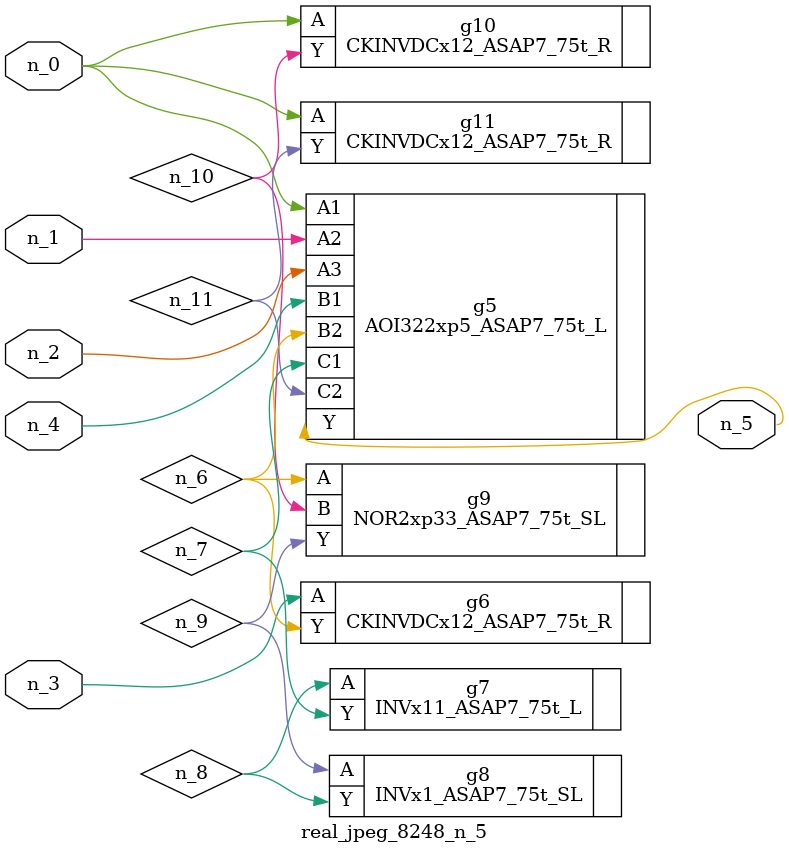
<source format=v>
module real_jpeg_8248_n_5 (n_4, n_0, n_1, n_2, n_3, n_5);

input n_4;
input n_0;
input n_1;
input n_2;
input n_3;

output n_5;

wire n_8;
wire n_11;
wire n_6;
wire n_7;
wire n_10;
wire n_9;

AOI322xp5_ASAP7_75t_L g5 ( 
.A1(n_0),
.A2(n_1),
.A3(n_2),
.B1(n_4),
.B2(n_6),
.C1(n_7),
.C2(n_11),
.Y(n_5)
);

CKINVDCx12_ASAP7_75t_R g10 ( 
.A(n_0),
.Y(n_10)
);

CKINVDCx12_ASAP7_75t_R g11 ( 
.A(n_0),
.Y(n_11)
);

CKINVDCx12_ASAP7_75t_R g6 ( 
.A(n_3),
.Y(n_6)
);

NOR2xp33_ASAP7_75t_SL g9 ( 
.A(n_6),
.B(n_10),
.Y(n_9)
);

INVx11_ASAP7_75t_L g7 ( 
.A(n_8),
.Y(n_7)
);

INVx1_ASAP7_75t_SL g8 ( 
.A(n_9),
.Y(n_8)
);


endmodule
</source>
